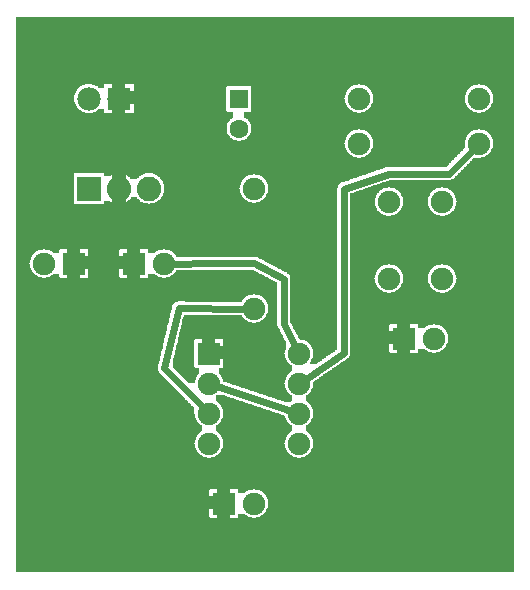
<source format=gbl>
G04 MADE WITH FRITZING*
G04 WWW.FRITZING.ORG*
G04 DOUBLE SIDED*
G04 HOLES PLATED*
G04 CONTOUR ON CENTER OF CONTOUR VECTOR*
%ASAXBY*%
%FSLAX23Y23*%
%MOIN*%
%OFA0B0*%
%SFA1.0B1.0*%
%ADD10C,0.075000*%
%ADD11C,0.062992*%
%ADD12C,0.082000*%
%ADD13C,0.078000*%
%ADD14R,0.075000X0.075000*%
%ADD15R,0.062992X0.062992*%
%ADD16R,0.082000X0.082000*%
%ADD17R,0.078000X0.078000*%
%ADD18C,0.024000*%
%LNCOPPER0*%
G90*
G70*
G54D10*
X122Y1820D03*
X682Y771D03*
X982Y771D03*
X682Y671D03*
X982Y671D03*
X682Y571D03*
X982Y571D03*
X682Y471D03*
X982Y471D03*
X1582Y1621D03*
X1182Y1621D03*
X1182Y1471D03*
X1582Y1471D03*
X1332Y821D03*
X1432Y821D03*
X732Y271D03*
X832Y271D03*
X832Y921D03*
X832Y1321D03*
G54D11*
X782Y1620D03*
X782Y1521D03*
G54D10*
X1282Y1021D03*
X1282Y1277D03*
X1460Y1021D03*
X1460Y1277D03*
G54D12*
X282Y1321D03*
X382Y1321D03*
X482Y1321D03*
G54D10*
X232Y1071D03*
X132Y1071D03*
X432Y1071D03*
X532Y1071D03*
G54D13*
X382Y1621D03*
X282Y1621D03*
G54D14*
X682Y771D03*
X1332Y821D03*
X732Y271D03*
G54D15*
X782Y1620D03*
G54D16*
X282Y1321D03*
G54D14*
X232Y1071D03*
X432Y1071D03*
G54D17*
X382Y1621D03*
G54D18*
X1133Y1320D02*
X1282Y1371D01*
D02*
X1282Y1371D02*
X1483Y1371D01*
D02*
X1133Y773D02*
X1133Y1171D01*
D02*
X1483Y1371D02*
X1562Y1451D01*
D02*
X1133Y1171D02*
X1133Y1320D01*
D02*
X1006Y687D02*
X1133Y773D01*
D02*
X581Y923D02*
X804Y921D01*
D02*
X534Y722D02*
X581Y923D01*
D02*
X662Y592D02*
X534Y722D01*
D02*
X684Y1072D02*
X561Y1071D01*
D02*
X833Y1072D02*
X684Y1072D01*
D02*
X932Y1021D02*
X833Y1072D01*
D02*
X932Y871D02*
X932Y1021D01*
D02*
X969Y797D02*
X932Y871D01*
D02*
X955Y580D02*
X710Y662D01*
G36*
X40Y1892D02*
X40Y1670D01*
X1586Y1670D01*
X1586Y1668D01*
X1596Y1668D01*
X1596Y1666D01*
X1602Y1666D01*
X1602Y1664D01*
X1606Y1664D01*
X1606Y1662D01*
X1608Y1662D01*
X1608Y1660D01*
X1612Y1660D01*
X1612Y1658D01*
X1614Y1658D01*
X1614Y1656D01*
X1616Y1656D01*
X1616Y1654D01*
X1618Y1654D01*
X1618Y1652D01*
X1620Y1652D01*
X1620Y1650D01*
X1622Y1650D01*
X1622Y1646D01*
X1624Y1646D01*
X1624Y1642D01*
X1626Y1642D01*
X1626Y1638D01*
X1628Y1638D01*
X1628Y1630D01*
X1630Y1630D01*
X1630Y1612D01*
X1628Y1612D01*
X1628Y1606D01*
X1626Y1606D01*
X1626Y1602D01*
X1624Y1602D01*
X1624Y1598D01*
X1622Y1598D01*
X1622Y1594D01*
X1620Y1594D01*
X1620Y1592D01*
X1618Y1592D01*
X1618Y1590D01*
X1616Y1590D01*
X1616Y1588D01*
X1614Y1588D01*
X1614Y1586D01*
X1612Y1586D01*
X1612Y1584D01*
X1610Y1584D01*
X1610Y1582D01*
X1606Y1582D01*
X1606Y1580D01*
X1602Y1580D01*
X1602Y1578D01*
X1598Y1578D01*
X1598Y1576D01*
X1590Y1576D01*
X1590Y1574D01*
X1698Y1574D01*
X1698Y1892D01*
X40Y1892D01*
G37*
D02*
G36*
X40Y1670D02*
X40Y1572D01*
X278Y1572D01*
X278Y1574D01*
X268Y1574D01*
X268Y1576D01*
X262Y1576D01*
X262Y1578D01*
X260Y1578D01*
X260Y1580D01*
X256Y1580D01*
X256Y1582D01*
X252Y1582D01*
X252Y1584D01*
X250Y1584D01*
X250Y1586D01*
X248Y1586D01*
X248Y1588D01*
X246Y1588D01*
X246Y1590D01*
X244Y1590D01*
X244Y1594D01*
X242Y1594D01*
X242Y1596D01*
X240Y1596D01*
X240Y1600D01*
X238Y1600D01*
X238Y1604D01*
X236Y1604D01*
X236Y1610D01*
X234Y1610D01*
X234Y1634D01*
X236Y1634D01*
X236Y1640D01*
X238Y1640D01*
X238Y1644D01*
X240Y1644D01*
X240Y1648D01*
X242Y1648D01*
X242Y1650D01*
X244Y1650D01*
X244Y1652D01*
X246Y1652D01*
X246Y1656D01*
X248Y1656D01*
X248Y1658D01*
X250Y1658D01*
X250Y1660D01*
X254Y1660D01*
X254Y1662D01*
X256Y1662D01*
X256Y1664D01*
X260Y1664D01*
X260Y1666D01*
X264Y1666D01*
X264Y1668D01*
X270Y1668D01*
X270Y1670D01*
X40Y1670D01*
G37*
D02*
G36*
X294Y1670D02*
X294Y1668D01*
X302Y1668D01*
X302Y1666D01*
X304Y1666D01*
X304Y1664D01*
X308Y1664D01*
X308Y1662D01*
X312Y1662D01*
X312Y1660D01*
X314Y1660D01*
X314Y1658D01*
X334Y1658D01*
X334Y1670D01*
X294Y1670D01*
G37*
D02*
G36*
X432Y1670D02*
X432Y1662D01*
X824Y1662D01*
X824Y1578D01*
X800Y1578D01*
X800Y1574D01*
X1176Y1574D01*
X1176Y1576D01*
X1168Y1576D01*
X1168Y1578D01*
X1162Y1578D01*
X1162Y1580D01*
X1158Y1580D01*
X1158Y1582D01*
X1156Y1582D01*
X1156Y1584D01*
X1152Y1584D01*
X1152Y1586D01*
X1150Y1586D01*
X1150Y1588D01*
X1148Y1588D01*
X1148Y1590D01*
X1146Y1590D01*
X1146Y1592D01*
X1144Y1592D01*
X1144Y1596D01*
X1142Y1596D01*
X1142Y1600D01*
X1140Y1600D01*
X1140Y1602D01*
X1138Y1602D01*
X1138Y1608D01*
X1136Y1608D01*
X1136Y1620D01*
X1134Y1620D01*
X1134Y1622D01*
X1136Y1622D01*
X1136Y1634D01*
X1138Y1634D01*
X1138Y1640D01*
X1140Y1640D01*
X1140Y1644D01*
X1142Y1644D01*
X1142Y1648D01*
X1144Y1648D01*
X1144Y1650D01*
X1146Y1650D01*
X1146Y1654D01*
X1148Y1654D01*
X1148Y1656D01*
X1150Y1656D01*
X1150Y1658D01*
X1154Y1658D01*
X1154Y1660D01*
X1156Y1660D01*
X1156Y1662D01*
X1160Y1662D01*
X1160Y1664D01*
X1162Y1664D01*
X1162Y1666D01*
X1168Y1666D01*
X1168Y1668D01*
X1178Y1668D01*
X1178Y1670D01*
X432Y1670D01*
G37*
D02*
G36*
X1186Y1670D02*
X1186Y1668D01*
X1196Y1668D01*
X1196Y1666D01*
X1202Y1666D01*
X1202Y1664D01*
X1206Y1664D01*
X1206Y1662D01*
X1208Y1662D01*
X1208Y1660D01*
X1212Y1660D01*
X1212Y1658D01*
X1214Y1658D01*
X1214Y1656D01*
X1216Y1656D01*
X1216Y1654D01*
X1218Y1654D01*
X1218Y1652D01*
X1220Y1652D01*
X1220Y1650D01*
X1222Y1650D01*
X1222Y1646D01*
X1224Y1646D01*
X1224Y1642D01*
X1226Y1642D01*
X1226Y1638D01*
X1228Y1638D01*
X1228Y1630D01*
X1230Y1630D01*
X1230Y1612D01*
X1228Y1612D01*
X1228Y1606D01*
X1226Y1606D01*
X1226Y1602D01*
X1224Y1602D01*
X1224Y1598D01*
X1222Y1598D01*
X1222Y1594D01*
X1220Y1594D01*
X1220Y1592D01*
X1218Y1592D01*
X1218Y1590D01*
X1216Y1590D01*
X1216Y1588D01*
X1214Y1588D01*
X1214Y1586D01*
X1212Y1586D01*
X1212Y1584D01*
X1210Y1584D01*
X1210Y1582D01*
X1206Y1582D01*
X1206Y1580D01*
X1202Y1580D01*
X1202Y1578D01*
X1198Y1578D01*
X1198Y1576D01*
X1190Y1576D01*
X1190Y1574D01*
X1576Y1574D01*
X1576Y1576D01*
X1568Y1576D01*
X1568Y1578D01*
X1562Y1578D01*
X1562Y1580D01*
X1558Y1580D01*
X1558Y1582D01*
X1556Y1582D01*
X1556Y1584D01*
X1552Y1584D01*
X1552Y1586D01*
X1550Y1586D01*
X1550Y1588D01*
X1548Y1588D01*
X1548Y1590D01*
X1546Y1590D01*
X1546Y1592D01*
X1544Y1592D01*
X1544Y1596D01*
X1542Y1596D01*
X1542Y1600D01*
X1540Y1600D01*
X1540Y1602D01*
X1538Y1602D01*
X1538Y1608D01*
X1536Y1608D01*
X1536Y1634D01*
X1538Y1634D01*
X1538Y1640D01*
X1540Y1640D01*
X1540Y1644D01*
X1542Y1644D01*
X1542Y1648D01*
X1544Y1648D01*
X1544Y1650D01*
X1546Y1650D01*
X1546Y1654D01*
X1548Y1654D01*
X1548Y1656D01*
X1550Y1656D01*
X1550Y1658D01*
X1554Y1658D01*
X1554Y1660D01*
X1556Y1660D01*
X1556Y1662D01*
X1560Y1662D01*
X1560Y1664D01*
X1562Y1664D01*
X1562Y1666D01*
X1568Y1666D01*
X1568Y1668D01*
X1578Y1668D01*
X1578Y1670D01*
X1186Y1670D01*
G37*
D02*
G36*
X432Y1662D02*
X432Y1574D01*
X430Y1574D01*
X430Y1572D01*
X764Y1572D01*
X764Y1578D01*
X742Y1578D01*
X742Y1580D01*
X740Y1580D01*
X740Y1660D01*
X742Y1660D01*
X742Y1662D01*
X432Y1662D01*
G37*
D02*
G36*
X314Y1586D02*
X314Y1584D01*
X312Y1584D01*
X312Y1582D01*
X310Y1582D01*
X310Y1580D01*
X306Y1580D01*
X306Y1578D01*
X302Y1578D01*
X302Y1576D01*
X296Y1576D01*
X296Y1574D01*
X286Y1574D01*
X286Y1572D01*
X334Y1572D01*
X334Y1586D01*
X314Y1586D01*
G37*
D02*
G36*
X800Y1574D02*
X800Y1572D01*
X1698Y1572D01*
X1698Y1574D01*
X800Y1574D01*
G37*
D02*
G36*
X800Y1574D02*
X800Y1572D01*
X1698Y1572D01*
X1698Y1574D01*
X800Y1574D01*
G37*
D02*
G36*
X800Y1574D02*
X800Y1572D01*
X1698Y1572D01*
X1698Y1574D01*
X800Y1574D01*
G37*
D02*
G36*
X40Y1572D02*
X40Y1570D01*
X764Y1570D01*
X764Y1572D01*
X40Y1572D01*
G37*
D02*
G36*
X40Y1572D02*
X40Y1570D01*
X764Y1570D01*
X764Y1572D01*
X40Y1572D01*
G37*
D02*
G36*
X40Y1572D02*
X40Y1570D01*
X764Y1570D01*
X764Y1572D01*
X40Y1572D01*
G37*
D02*
G36*
X800Y1572D02*
X800Y1558D01*
X804Y1558D01*
X804Y1556D01*
X806Y1556D01*
X806Y1554D01*
X810Y1554D01*
X810Y1552D01*
X812Y1552D01*
X812Y1550D01*
X814Y1550D01*
X814Y1548D01*
X816Y1548D01*
X816Y1544D01*
X818Y1544D01*
X818Y1540D01*
X820Y1540D01*
X820Y1536D01*
X822Y1536D01*
X822Y1530D01*
X824Y1530D01*
X824Y1520D01*
X1586Y1520D01*
X1586Y1518D01*
X1596Y1518D01*
X1596Y1516D01*
X1602Y1516D01*
X1602Y1514D01*
X1606Y1514D01*
X1606Y1512D01*
X1608Y1512D01*
X1608Y1510D01*
X1612Y1510D01*
X1612Y1508D01*
X1614Y1508D01*
X1614Y1506D01*
X1616Y1506D01*
X1616Y1504D01*
X1618Y1504D01*
X1618Y1502D01*
X1620Y1502D01*
X1620Y1500D01*
X1622Y1500D01*
X1622Y1496D01*
X1624Y1496D01*
X1624Y1492D01*
X1626Y1492D01*
X1626Y1488D01*
X1628Y1488D01*
X1628Y1480D01*
X1630Y1480D01*
X1630Y1462D01*
X1628Y1462D01*
X1628Y1456D01*
X1626Y1456D01*
X1626Y1452D01*
X1624Y1452D01*
X1624Y1448D01*
X1622Y1448D01*
X1622Y1444D01*
X1620Y1444D01*
X1620Y1442D01*
X1618Y1442D01*
X1618Y1440D01*
X1616Y1440D01*
X1616Y1438D01*
X1614Y1438D01*
X1614Y1436D01*
X1612Y1436D01*
X1612Y1434D01*
X1610Y1434D01*
X1610Y1432D01*
X1606Y1432D01*
X1606Y1430D01*
X1602Y1430D01*
X1602Y1428D01*
X1598Y1428D01*
X1598Y1426D01*
X1590Y1426D01*
X1590Y1424D01*
X1564Y1424D01*
X1564Y1422D01*
X1562Y1422D01*
X1562Y1420D01*
X1560Y1420D01*
X1560Y1416D01*
X1558Y1416D01*
X1558Y1414D01*
X1556Y1414D01*
X1556Y1412D01*
X1554Y1412D01*
X1554Y1410D01*
X1552Y1410D01*
X1552Y1408D01*
X1550Y1408D01*
X1550Y1406D01*
X1548Y1406D01*
X1548Y1404D01*
X1546Y1404D01*
X1546Y1402D01*
X1544Y1402D01*
X1544Y1400D01*
X1542Y1400D01*
X1542Y1398D01*
X1540Y1398D01*
X1540Y1396D01*
X1538Y1396D01*
X1538Y1394D01*
X1536Y1394D01*
X1536Y1392D01*
X1534Y1392D01*
X1534Y1390D01*
X1532Y1390D01*
X1532Y1388D01*
X1530Y1388D01*
X1530Y1386D01*
X1528Y1386D01*
X1528Y1384D01*
X1526Y1384D01*
X1526Y1382D01*
X1524Y1382D01*
X1524Y1380D01*
X1522Y1380D01*
X1522Y1378D01*
X1520Y1378D01*
X1520Y1376D01*
X1518Y1376D01*
X1518Y1374D01*
X1516Y1374D01*
X1516Y1372D01*
X1514Y1372D01*
X1514Y1370D01*
X1512Y1370D01*
X1512Y1368D01*
X1510Y1368D01*
X1510Y1366D01*
X1508Y1366D01*
X1508Y1364D01*
X1506Y1364D01*
X1506Y1362D01*
X1504Y1362D01*
X1504Y1360D01*
X1502Y1360D01*
X1502Y1358D01*
X1500Y1358D01*
X1500Y1356D01*
X1498Y1356D01*
X1498Y1354D01*
X1494Y1354D01*
X1494Y1352D01*
X1490Y1352D01*
X1490Y1350D01*
X1284Y1350D01*
X1284Y1348D01*
X1278Y1348D01*
X1278Y1346D01*
X1272Y1346D01*
X1272Y1344D01*
X1266Y1344D01*
X1266Y1342D01*
X1260Y1342D01*
X1260Y1340D01*
X1254Y1340D01*
X1254Y1338D01*
X1248Y1338D01*
X1248Y1336D01*
X1242Y1336D01*
X1242Y1334D01*
X1236Y1334D01*
X1236Y1332D01*
X1230Y1332D01*
X1230Y1330D01*
X1224Y1330D01*
X1224Y1328D01*
X1218Y1328D01*
X1218Y1326D01*
X1462Y1326D01*
X1462Y1324D01*
X1472Y1324D01*
X1472Y1322D01*
X1478Y1322D01*
X1478Y1320D01*
X1482Y1320D01*
X1482Y1318D01*
X1486Y1318D01*
X1486Y1316D01*
X1488Y1316D01*
X1488Y1314D01*
X1492Y1314D01*
X1492Y1312D01*
X1494Y1312D01*
X1494Y1310D01*
X1496Y1310D01*
X1496Y1306D01*
X1498Y1306D01*
X1498Y1304D01*
X1500Y1304D01*
X1500Y1300D01*
X1502Y1300D01*
X1502Y1296D01*
X1504Y1296D01*
X1504Y1290D01*
X1506Y1290D01*
X1506Y1280D01*
X1508Y1280D01*
X1508Y1276D01*
X1506Y1276D01*
X1506Y1264D01*
X1504Y1264D01*
X1504Y1258D01*
X1502Y1258D01*
X1502Y1254D01*
X1500Y1254D01*
X1500Y1252D01*
X1498Y1252D01*
X1498Y1248D01*
X1496Y1248D01*
X1496Y1246D01*
X1494Y1246D01*
X1494Y1244D01*
X1492Y1244D01*
X1492Y1242D01*
X1490Y1242D01*
X1490Y1240D01*
X1486Y1240D01*
X1486Y1238D01*
X1484Y1238D01*
X1484Y1236D01*
X1480Y1236D01*
X1480Y1234D01*
X1476Y1234D01*
X1476Y1232D01*
X1468Y1232D01*
X1468Y1230D01*
X1698Y1230D01*
X1698Y1572D01*
X800Y1572D01*
G37*
D02*
G36*
X40Y1570D02*
X40Y1480D01*
X776Y1480D01*
X776Y1482D01*
X768Y1482D01*
X768Y1484D01*
X764Y1484D01*
X764Y1486D01*
X760Y1486D01*
X760Y1488D01*
X758Y1488D01*
X758Y1490D01*
X754Y1490D01*
X754Y1492D01*
X752Y1492D01*
X752Y1496D01*
X750Y1496D01*
X750Y1498D01*
X748Y1498D01*
X748Y1500D01*
X746Y1500D01*
X746Y1504D01*
X744Y1504D01*
X744Y1510D01*
X742Y1510D01*
X742Y1534D01*
X744Y1534D01*
X744Y1540D01*
X746Y1540D01*
X746Y1542D01*
X748Y1542D01*
X748Y1546D01*
X750Y1546D01*
X750Y1548D01*
X752Y1548D01*
X752Y1550D01*
X754Y1550D01*
X754Y1552D01*
X756Y1552D01*
X756Y1554D01*
X758Y1554D01*
X758Y1556D01*
X760Y1556D01*
X760Y1558D01*
X764Y1558D01*
X764Y1570D01*
X40Y1570D01*
G37*
D02*
G36*
X824Y1520D02*
X824Y1514D01*
X822Y1514D01*
X822Y1506D01*
X820Y1506D01*
X820Y1502D01*
X818Y1502D01*
X818Y1500D01*
X816Y1500D01*
X816Y1496D01*
X814Y1496D01*
X814Y1494D01*
X812Y1494D01*
X812Y1492D01*
X810Y1492D01*
X810Y1490D01*
X808Y1490D01*
X808Y1488D01*
X804Y1488D01*
X804Y1486D01*
X802Y1486D01*
X802Y1484D01*
X796Y1484D01*
X796Y1482D01*
X788Y1482D01*
X788Y1480D01*
X1136Y1480D01*
X1136Y1484D01*
X1138Y1484D01*
X1138Y1490D01*
X1140Y1490D01*
X1140Y1494D01*
X1142Y1494D01*
X1142Y1498D01*
X1144Y1498D01*
X1144Y1500D01*
X1146Y1500D01*
X1146Y1504D01*
X1148Y1504D01*
X1148Y1506D01*
X1150Y1506D01*
X1150Y1508D01*
X1154Y1508D01*
X1154Y1510D01*
X1156Y1510D01*
X1156Y1512D01*
X1160Y1512D01*
X1160Y1514D01*
X1162Y1514D01*
X1162Y1516D01*
X1168Y1516D01*
X1168Y1518D01*
X1178Y1518D01*
X1178Y1520D01*
X824Y1520D01*
G37*
D02*
G36*
X1186Y1520D02*
X1186Y1518D01*
X1196Y1518D01*
X1196Y1516D01*
X1202Y1516D01*
X1202Y1514D01*
X1206Y1514D01*
X1206Y1512D01*
X1208Y1512D01*
X1208Y1510D01*
X1212Y1510D01*
X1212Y1508D01*
X1214Y1508D01*
X1214Y1506D01*
X1216Y1506D01*
X1216Y1504D01*
X1218Y1504D01*
X1218Y1502D01*
X1220Y1502D01*
X1220Y1500D01*
X1222Y1500D01*
X1222Y1496D01*
X1224Y1496D01*
X1224Y1492D01*
X1226Y1492D01*
X1226Y1488D01*
X1228Y1488D01*
X1228Y1480D01*
X1230Y1480D01*
X1230Y1462D01*
X1228Y1462D01*
X1228Y1456D01*
X1226Y1456D01*
X1226Y1452D01*
X1224Y1452D01*
X1224Y1448D01*
X1222Y1448D01*
X1222Y1444D01*
X1220Y1444D01*
X1220Y1442D01*
X1218Y1442D01*
X1218Y1440D01*
X1216Y1440D01*
X1216Y1438D01*
X1214Y1438D01*
X1214Y1436D01*
X1212Y1436D01*
X1212Y1434D01*
X1210Y1434D01*
X1210Y1432D01*
X1206Y1432D01*
X1206Y1430D01*
X1202Y1430D01*
X1202Y1428D01*
X1198Y1428D01*
X1198Y1426D01*
X1190Y1426D01*
X1190Y1424D01*
X1504Y1424D01*
X1504Y1426D01*
X1506Y1426D01*
X1506Y1428D01*
X1508Y1428D01*
X1508Y1430D01*
X1510Y1430D01*
X1510Y1432D01*
X1512Y1432D01*
X1512Y1434D01*
X1514Y1434D01*
X1514Y1436D01*
X1516Y1436D01*
X1516Y1438D01*
X1518Y1438D01*
X1518Y1440D01*
X1520Y1440D01*
X1520Y1442D01*
X1522Y1442D01*
X1522Y1444D01*
X1524Y1444D01*
X1524Y1446D01*
X1526Y1446D01*
X1526Y1448D01*
X1528Y1448D01*
X1528Y1450D01*
X1530Y1450D01*
X1530Y1452D01*
X1532Y1452D01*
X1532Y1454D01*
X1534Y1454D01*
X1534Y1456D01*
X1536Y1456D01*
X1536Y1484D01*
X1538Y1484D01*
X1538Y1490D01*
X1540Y1490D01*
X1540Y1494D01*
X1542Y1494D01*
X1542Y1498D01*
X1544Y1498D01*
X1544Y1500D01*
X1546Y1500D01*
X1546Y1504D01*
X1548Y1504D01*
X1548Y1506D01*
X1550Y1506D01*
X1550Y1508D01*
X1554Y1508D01*
X1554Y1510D01*
X1556Y1510D01*
X1556Y1512D01*
X1560Y1512D01*
X1560Y1514D01*
X1562Y1514D01*
X1562Y1516D01*
X1568Y1516D01*
X1568Y1518D01*
X1578Y1518D01*
X1578Y1520D01*
X1186Y1520D01*
G37*
D02*
G36*
X40Y1480D02*
X40Y1478D01*
X1136Y1478D01*
X1136Y1480D01*
X40Y1480D01*
G37*
D02*
G36*
X40Y1480D02*
X40Y1478D01*
X1136Y1478D01*
X1136Y1480D01*
X40Y1480D01*
G37*
D02*
G36*
X40Y1478D02*
X40Y1424D01*
X1176Y1424D01*
X1176Y1426D01*
X1168Y1426D01*
X1168Y1428D01*
X1162Y1428D01*
X1162Y1430D01*
X1158Y1430D01*
X1158Y1432D01*
X1156Y1432D01*
X1156Y1434D01*
X1152Y1434D01*
X1152Y1436D01*
X1150Y1436D01*
X1150Y1438D01*
X1148Y1438D01*
X1148Y1440D01*
X1146Y1440D01*
X1146Y1442D01*
X1144Y1442D01*
X1144Y1446D01*
X1142Y1446D01*
X1142Y1450D01*
X1140Y1450D01*
X1140Y1452D01*
X1138Y1452D01*
X1138Y1458D01*
X1136Y1458D01*
X1136Y1470D01*
X1134Y1470D01*
X1134Y1472D01*
X1136Y1472D01*
X1136Y1478D01*
X40Y1478D01*
G37*
D02*
G36*
X40Y1424D02*
X40Y1422D01*
X1502Y1422D01*
X1502Y1424D01*
X40Y1424D01*
G37*
D02*
G36*
X40Y1424D02*
X40Y1422D01*
X1502Y1422D01*
X1502Y1424D01*
X40Y1424D01*
G37*
D02*
G36*
X40Y1422D02*
X40Y1372D01*
X496Y1372D01*
X496Y1370D01*
X836Y1370D01*
X836Y1368D01*
X846Y1368D01*
X846Y1366D01*
X852Y1366D01*
X852Y1364D01*
X856Y1364D01*
X856Y1362D01*
X858Y1362D01*
X858Y1360D01*
X862Y1360D01*
X862Y1358D01*
X864Y1358D01*
X864Y1356D01*
X866Y1356D01*
X866Y1354D01*
X868Y1354D01*
X868Y1352D01*
X870Y1352D01*
X870Y1350D01*
X872Y1350D01*
X872Y1346D01*
X874Y1346D01*
X874Y1342D01*
X876Y1342D01*
X876Y1338D01*
X878Y1338D01*
X878Y1330D01*
X880Y1330D01*
X880Y1312D01*
X878Y1312D01*
X878Y1306D01*
X876Y1306D01*
X876Y1302D01*
X874Y1302D01*
X874Y1298D01*
X872Y1298D01*
X872Y1294D01*
X870Y1294D01*
X870Y1292D01*
X868Y1292D01*
X868Y1290D01*
X866Y1290D01*
X866Y1288D01*
X864Y1288D01*
X864Y1286D01*
X862Y1286D01*
X862Y1284D01*
X860Y1284D01*
X860Y1282D01*
X856Y1282D01*
X856Y1280D01*
X852Y1280D01*
X852Y1278D01*
X848Y1278D01*
X848Y1276D01*
X840Y1276D01*
X840Y1274D01*
X1110Y1274D01*
X1110Y1324D01*
X1112Y1324D01*
X1112Y1330D01*
X1114Y1330D01*
X1114Y1334D01*
X1116Y1334D01*
X1116Y1336D01*
X1118Y1336D01*
X1118Y1338D01*
X1120Y1338D01*
X1120Y1340D01*
X1124Y1340D01*
X1124Y1342D01*
X1130Y1342D01*
X1130Y1344D01*
X1136Y1344D01*
X1136Y1346D01*
X1142Y1346D01*
X1142Y1348D01*
X1148Y1348D01*
X1148Y1350D01*
X1154Y1350D01*
X1154Y1352D01*
X1160Y1352D01*
X1160Y1354D01*
X1164Y1354D01*
X1164Y1356D01*
X1170Y1356D01*
X1170Y1358D01*
X1176Y1358D01*
X1176Y1360D01*
X1182Y1360D01*
X1182Y1362D01*
X1188Y1362D01*
X1188Y1364D01*
X1194Y1364D01*
X1194Y1366D01*
X1200Y1366D01*
X1200Y1368D01*
X1206Y1368D01*
X1206Y1370D01*
X1212Y1370D01*
X1212Y1372D01*
X1218Y1372D01*
X1218Y1374D01*
X1224Y1374D01*
X1224Y1376D01*
X1230Y1376D01*
X1230Y1378D01*
X1234Y1378D01*
X1234Y1380D01*
X1240Y1380D01*
X1240Y1382D01*
X1246Y1382D01*
X1246Y1384D01*
X1252Y1384D01*
X1252Y1386D01*
X1258Y1386D01*
X1258Y1388D01*
X1264Y1388D01*
X1264Y1390D01*
X1270Y1390D01*
X1270Y1392D01*
X1276Y1392D01*
X1276Y1394D01*
X1476Y1394D01*
X1476Y1396D01*
X1478Y1396D01*
X1478Y1398D01*
X1480Y1398D01*
X1480Y1400D01*
X1482Y1400D01*
X1482Y1402D01*
X1484Y1402D01*
X1484Y1406D01*
X1486Y1406D01*
X1486Y1408D01*
X1488Y1408D01*
X1488Y1410D01*
X1490Y1410D01*
X1490Y1412D01*
X1492Y1412D01*
X1492Y1414D01*
X1494Y1414D01*
X1494Y1416D01*
X1496Y1416D01*
X1496Y1418D01*
X1498Y1418D01*
X1498Y1420D01*
X1500Y1420D01*
X1500Y1422D01*
X40Y1422D01*
G37*
D02*
G36*
X40Y1372D02*
X40Y1270D01*
X232Y1270D01*
X232Y1372D01*
X40Y1372D01*
G37*
D02*
G36*
X334Y1372D02*
X334Y1364D01*
X356Y1364D01*
X356Y1366D01*
X360Y1366D01*
X360Y1368D01*
X364Y1368D01*
X364Y1370D01*
X370Y1370D01*
X370Y1372D01*
X334Y1372D01*
G37*
D02*
G36*
X396Y1372D02*
X396Y1370D01*
X402Y1370D01*
X402Y1368D01*
X406Y1368D01*
X406Y1366D01*
X410Y1366D01*
X410Y1364D01*
X412Y1364D01*
X412Y1362D01*
X414Y1362D01*
X414Y1360D01*
X418Y1360D01*
X418Y1358D01*
X420Y1358D01*
X420Y1354D01*
X422Y1354D01*
X422Y1352D01*
X442Y1352D01*
X442Y1354D01*
X444Y1354D01*
X444Y1356D01*
X446Y1356D01*
X446Y1358D01*
X448Y1358D01*
X448Y1360D01*
X450Y1360D01*
X450Y1362D01*
X452Y1362D01*
X452Y1364D01*
X456Y1364D01*
X456Y1366D01*
X460Y1366D01*
X460Y1368D01*
X464Y1368D01*
X464Y1370D01*
X470Y1370D01*
X470Y1372D01*
X396Y1372D01*
G37*
D02*
G36*
X502Y1370D02*
X502Y1368D01*
X506Y1368D01*
X506Y1366D01*
X510Y1366D01*
X510Y1364D01*
X512Y1364D01*
X512Y1362D01*
X514Y1362D01*
X514Y1360D01*
X518Y1360D01*
X518Y1358D01*
X520Y1358D01*
X520Y1354D01*
X522Y1354D01*
X522Y1352D01*
X524Y1352D01*
X524Y1350D01*
X526Y1350D01*
X526Y1346D01*
X528Y1346D01*
X528Y1342D01*
X530Y1342D01*
X530Y1338D01*
X532Y1338D01*
X532Y1328D01*
X534Y1328D01*
X534Y1316D01*
X532Y1316D01*
X532Y1306D01*
X530Y1306D01*
X530Y1302D01*
X528Y1302D01*
X528Y1298D01*
X526Y1298D01*
X526Y1294D01*
X524Y1294D01*
X524Y1292D01*
X522Y1292D01*
X522Y1288D01*
X520Y1288D01*
X520Y1286D01*
X518Y1286D01*
X518Y1284D01*
X516Y1284D01*
X516Y1282D01*
X512Y1282D01*
X512Y1280D01*
X510Y1280D01*
X510Y1278D01*
X506Y1278D01*
X506Y1276D01*
X502Y1276D01*
X502Y1274D01*
X826Y1274D01*
X826Y1276D01*
X818Y1276D01*
X818Y1278D01*
X812Y1278D01*
X812Y1280D01*
X808Y1280D01*
X808Y1282D01*
X806Y1282D01*
X806Y1284D01*
X802Y1284D01*
X802Y1286D01*
X800Y1286D01*
X800Y1288D01*
X798Y1288D01*
X798Y1290D01*
X796Y1290D01*
X796Y1292D01*
X794Y1292D01*
X794Y1296D01*
X792Y1296D01*
X792Y1300D01*
X790Y1300D01*
X790Y1302D01*
X788Y1302D01*
X788Y1308D01*
X786Y1308D01*
X786Y1320D01*
X784Y1320D01*
X784Y1322D01*
X786Y1322D01*
X786Y1334D01*
X788Y1334D01*
X788Y1340D01*
X790Y1340D01*
X790Y1344D01*
X792Y1344D01*
X792Y1348D01*
X794Y1348D01*
X794Y1350D01*
X796Y1350D01*
X796Y1354D01*
X798Y1354D01*
X798Y1356D01*
X800Y1356D01*
X800Y1358D01*
X804Y1358D01*
X804Y1360D01*
X806Y1360D01*
X806Y1362D01*
X810Y1362D01*
X810Y1364D01*
X812Y1364D01*
X812Y1366D01*
X818Y1366D01*
X818Y1368D01*
X828Y1368D01*
X828Y1370D01*
X502Y1370D01*
G37*
D02*
G36*
X1214Y1326D02*
X1214Y1324D01*
X1208Y1324D01*
X1208Y1322D01*
X1202Y1322D01*
X1202Y1320D01*
X1196Y1320D01*
X1196Y1318D01*
X1190Y1318D01*
X1190Y1316D01*
X1184Y1316D01*
X1184Y1314D01*
X1178Y1314D01*
X1178Y1312D01*
X1172Y1312D01*
X1172Y1310D01*
X1166Y1310D01*
X1166Y1308D01*
X1160Y1308D01*
X1160Y1306D01*
X1154Y1306D01*
X1154Y1230D01*
X1274Y1230D01*
X1274Y1232D01*
X1268Y1232D01*
X1268Y1234D01*
X1262Y1234D01*
X1262Y1236D01*
X1258Y1236D01*
X1258Y1238D01*
X1256Y1238D01*
X1256Y1240D01*
X1252Y1240D01*
X1252Y1242D01*
X1250Y1242D01*
X1250Y1244D01*
X1248Y1244D01*
X1248Y1246D01*
X1246Y1246D01*
X1246Y1248D01*
X1244Y1248D01*
X1244Y1252D01*
X1242Y1252D01*
X1242Y1256D01*
X1240Y1256D01*
X1240Y1258D01*
X1238Y1258D01*
X1238Y1264D01*
X1236Y1264D01*
X1236Y1276D01*
X1234Y1276D01*
X1234Y1278D01*
X1236Y1278D01*
X1236Y1290D01*
X1238Y1290D01*
X1238Y1296D01*
X1240Y1296D01*
X1240Y1300D01*
X1242Y1300D01*
X1242Y1304D01*
X1244Y1304D01*
X1244Y1306D01*
X1246Y1306D01*
X1246Y1308D01*
X1248Y1308D01*
X1248Y1312D01*
X1250Y1312D01*
X1250Y1314D01*
X1254Y1314D01*
X1254Y1316D01*
X1256Y1316D01*
X1256Y1318D01*
X1260Y1318D01*
X1260Y1320D01*
X1264Y1320D01*
X1264Y1322D01*
X1270Y1322D01*
X1270Y1324D01*
X1280Y1324D01*
X1280Y1326D01*
X1214Y1326D01*
G37*
D02*
G36*
X1286Y1326D02*
X1286Y1324D01*
X1296Y1324D01*
X1296Y1322D01*
X1302Y1322D01*
X1302Y1320D01*
X1306Y1320D01*
X1306Y1318D01*
X1308Y1318D01*
X1308Y1316D01*
X1312Y1316D01*
X1312Y1314D01*
X1314Y1314D01*
X1314Y1312D01*
X1316Y1312D01*
X1316Y1310D01*
X1318Y1310D01*
X1318Y1308D01*
X1320Y1308D01*
X1320Y1306D01*
X1322Y1306D01*
X1322Y1302D01*
X1324Y1302D01*
X1324Y1298D01*
X1326Y1298D01*
X1326Y1294D01*
X1328Y1294D01*
X1328Y1286D01*
X1330Y1286D01*
X1330Y1268D01*
X1328Y1268D01*
X1328Y1262D01*
X1326Y1262D01*
X1326Y1256D01*
X1324Y1256D01*
X1324Y1254D01*
X1322Y1254D01*
X1322Y1250D01*
X1320Y1250D01*
X1320Y1248D01*
X1318Y1248D01*
X1318Y1246D01*
X1316Y1246D01*
X1316Y1244D01*
X1314Y1244D01*
X1314Y1242D01*
X1312Y1242D01*
X1312Y1240D01*
X1310Y1240D01*
X1310Y1238D01*
X1306Y1238D01*
X1306Y1236D01*
X1302Y1236D01*
X1302Y1234D01*
X1298Y1234D01*
X1298Y1232D01*
X1290Y1232D01*
X1290Y1230D01*
X1452Y1230D01*
X1452Y1232D01*
X1444Y1232D01*
X1444Y1234D01*
X1440Y1234D01*
X1440Y1236D01*
X1436Y1236D01*
X1436Y1238D01*
X1432Y1238D01*
X1432Y1240D01*
X1430Y1240D01*
X1430Y1242D01*
X1428Y1242D01*
X1428Y1244D01*
X1426Y1244D01*
X1426Y1246D01*
X1424Y1246D01*
X1424Y1248D01*
X1422Y1248D01*
X1422Y1250D01*
X1420Y1250D01*
X1420Y1254D01*
X1418Y1254D01*
X1418Y1258D01*
X1416Y1258D01*
X1416Y1262D01*
X1414Y1262D01*
X1414Y1270D01*
X1412Y1270D01*
X1412Y1286D01*
X1414Y1286D01*
X1414Y1294D01*
X1416Y1294D01*
X1416Y1298D01*
X1418Y1298D01*
X1418Y1302D01*
X1420Y1302D01*
X1420Y1306D01*
X1422Y1306D01*
X1422Y1308D01*
X1424Y1308D01*
X1424Y1310D01*
X1426Y1310D01*
X1426Y1312D01*
X1428Y1312D01*
X1428Y1314D01*
X1430Y1314D01*
X1430Y1316D01*
X1434Y1316D01*
X1434Y1318D01*
X1436Y1318D01*
X1436Y1320D01*
X1440Y1320D01*
X1440Y1322D01*
X1446Y1322D01*
X1446Y1324D01*
X1456Y1324D01*
X1456Y1326D01*
X1286Y1326D01*
G37*
D02*
G36*
X422Y1292D02*
X422Y1288D01*
X420Y1288D01*
X420Y1286D01*
X418Y1286D01*
X418Y1284D01*
X416Y1284D01*
X416Y1282D01*
X412Y1282D01*
X412Y1280D01*
X410Y1280D01*
X410Y1278D01*
X406Y1278D01*
X406Y1276D01*
X402Y1276D01*
X402Y1274D01*
X398Y1274D01*
X398Y1272D01*
X386Y1272D01*
X386Y1270D01*
X478Y1270D01*
X478Y1272D01*
X468Y1272D01*
X468Y1274D01*
X462Y1274D01*
X462Y1276D01*
X458Y1276D01*
X458Y1278D01*
X454Y1278D01*
X454Y1280D01*
X452Y1280D01*
X452Y1282D01*
X450Y1282D01*
X450Y1284D01*
X448Y1284D01*
X448Y1286D01*
X446Y1286D01*
X446Y1288D01*
X444Y1288D01*
X444Y1290D01*
X442Y1290D01*
X442Y1292D01*
X422Y1292D01*
G37*
D02*
G36*
X334Y1280D02*
X334Y1272D01*
X332Y1272D01*
X332Y1270D01*
X378Y1270D01*
X378Y1272D01*
X368Y1272D01*
X368Y1274D01*
X362Y1274D01*
X362Y1276D01*
X358Y1276D01*
X358Y1278D01*
X354Y1278D01*
X354Y1280D01*
X334Y1280D01*
G37*
D02*
G36*
X498Y1274D02*
X498Y1272D01*
X1110Y1272D01*
X1110Y1274D01*
X498Y1274D01*
G37*
D02*
G36*
X498Y1274D02*
X498Y1272D01*
X1110Y1272D01*
X1110Y1274D01*
X498Y1274D01*
G37*
D02*
G36*
X486Y1272D02*
X486Y1270D01*
X1110Y1270D01*
X1110Y1272D01*
X486Y1272D01*
G37*
D02*
G36*
X40Y1270D02*
X40Y1268D01*
X1110Y1268D01*
X1110Y1270D01*
X40Y1270D01*
G37*
D02*
G36*
X40Y1270D02*
X40Y1268D01*
X1110Y1268D01*
X1110Y1270D01*
X40Y1270D01*
G37*
D02*
G36*
X40Y1270D02*
X40Y1268D01*
X1110Y1268D01*
X1110Y1270D01*
X40Y1270D01*
G37*
D02*
G36*
X40Y1270D02*
X40Y1268D01*
X1110Y1268D01*
X1110Y1270D01*
X40Y1270D01*
G37*
D02*
G36*
X40Y1268D02*
X40Y1120D01*
X536Y1120D01*
X536Y1118D01*
X546Y1118D01*
X546Y1116D01*
X552Y1116D01*
X552Y1114D01*
X556Y1114D01*
X556Y1112D01*
X558Y1112D01*
X558Y1110D01*
X562Y1110D01*
X562Y1108D01*
X564Y1108D01*
X564Y1106D01*
X566Y1106D01*
X566Y1104D01*
X568Y1104D01*
X568Y1102D01*
X570Y1102D01*
X570Y1100D01*
X572Y1100D01*
X572Y1096D01*
X574Y1096D01*
X574Y1094D01*
X842Y1094D01*
X842Y1092D01*
X846Y1092D01*
X846Y1090D01*
X850Y1090D01*
X850Y1088D01*
X854Y1088D01*
X854Y1086D01*
X858Y1086D01*
X858Y1084D01*
X862Y1084D01*
X862Y1082D01*
X866Y1082D01*
X866Y1080D01*
X868Y1080D01*
X868Y1078D01*
X872Y1078D01*
X872Y1076D01*
X876Y1076D01*
X876Y1074D01*
X880Y1074D01*
X880Y1072D01*
X884Y1072D01*
X884Y1070D01*
X888Y1070D01*
X888Y1068D01*
X892Y1068D01*
X892Y1066D01*
X896Y1066D01*
X896Y1064D01*
X900Y1064D01*
X900Y1062D01*
X904Y1062D01*
X904Y1060D01*
X908Y1060D01*
X908Y1058D01*
X912Y1058D01*
X912Y1056D01*
X914Y1056D01*
X914Y1054D01*
X918Y1054D01*
X918Y1052D01*
X922Y1052D01*
X922Y1050D01*
X926Y1050D01*
X926Y1048D01*
X930Y1048D01*
X930Y1046D01*
X934Y1046D01*
X934Y1044D01*
X938Y1044D01*
X938Y1042D01*
X942Y1042D01*
X942Y1040D01*
X944Y1040D01*
X944Y1038D01*
X948Y1038D01*
X948Y1034D01*
X950Y1034D01*
X950Y1032D01*
X952Y1032D01*
X952Y1026D01*
X954Y1026D01*
X954Y874D01*
X956Y874D01*
X956Y870D01*
X958Y870D01*
X958Y866D01*
X960Y866D01*
X960Y862D01*
X962Y862D01*
X962Y858D01*
X964Y858D01*
X964Y854D01*
X966Y854D01*
X966Y850D01*
X968Y850D01*
X968Y846D01*
X970Y846D01*
X970Y842D01*
X972Y842D01*
X972Y840D01*
X974Y840D01*
X974Y836D01*
X976Y836D01*
X976Y832D01*
X978Y832D01*
X978Y828D01*
X980Y828D01*
X980Y824D01*
X982Y824D01*
X982Y820D01*
X986Y820D01*
X986Y818D01*
X996Y818D01*
X996Y816D01*
X1002Y816D01*
X1002Y814D01*
X1006Y814D01*
X1006Y812D01*
X1008Y812D01*
X1008Y810D01*
X1012Y810D01*
X1012Y808D01*
X1014Y808D01*
X1014Y806D01*
X1016Y806D01*
X1016Y804D01*
X1018Y804D01*
X1018Y802D01*
X1020Y802D01*
X1020Y800D01*
X1022Y800D01*
X1022Y796D01*
X1024Y796D01*
X1024Y792D01*
X1026Y792D01*
X1026Y788D01*
X1028Y788D01*
X1028Y780D01*
X1030Y780D01*
X1030Y762D01*
X1028Y762D01*
X1028Y756D01*
X1026Y756D01*
X1026Y752D01*
X1024Y752D01*
X1024Y748D01*
X1022Y748D01*
X1022Y744D01*
X1020Y744D01*
X1020Y736D01*
X1040Y736D01*
X1040Y738D01*
X1042Y738D01*
X1042Y740D01*
X1046Y740D01*
X1046Y742D01*
X1048Y742D01*
X1048Y744D01*
X1052Y744D01*
X1052Y746D01*
X1054Y746D01*
X1054Y748D01*
X1058Y748D01*
X1058Y750D01*
X1060Y750D01*
X1060Y752D01*
X1064Y752D01*
X1064Y754D01*
X1066Y754D01*
X1066Y756D01*
X1070Y756D01*
X1070Y758D01*
X1072Y758D01*
X1072Y760D01*
X1074Y760D01*
X1074Y762D01*
X1078Y762D01*
X1078Y764D01*
X1080Y764D01*
X1080Y766D01*
X1084Y766D01*
X1084Y768D01*
X1086Y768D01*
X1086Y770D01*
X1090Y770D01*
X1090Y772D01*
X1092Y772D01*
X1092Y774D01*
X1096Y774D01*
X1096Y776D01*
X1098Y776D01*
X1098Y778D01*
X1102Y778D01*
X1102Y780D01*
X1104Y780D01*
X1104Y782D01*
X1108Y782D01*
X1108Y784D01*
X1110Y784D01*
X1110Y1268D01*
X40Y1268D01*
G37*
D02*
G36*
X1154Y1230D02*
X1154Y1228D01*
X1698Y1228D01*
X1698Y1230D01*
X1154Y1230D01*
G37*
D02*
G36*
X1154Y1230D02*
X1154Y1228D01*
X1698Y1228D01*
X1698Y1230D01*
X1154Y1230D01*
G37*
D02*
G36*
X1154Y1230D02*
X1154Y1228D01*
X1698Y1228D01*
X1698Y1230D01*
X1154Y1230D01*
G37*
D02*
G36*
X1154Y1228D02*
X1154Y1070D01*
X1464Y1070D01*
X1464Y1068D01*
X1474Y1068D01*
X1474Y1066D01*
X1480Y1066D01*
X1480Y1064D01*
X1482Y1064D01*
X1482Y1062D01*
X1486Y1062D01*
X1486Y1060D01*
X1488Y1060D01*
X1488Y1058D01*
X1492Y1058D01*
X1492Y1056D01*
X1494Y1056D01*
X1494Y1054D01*
X1496Y1054D01*
X1496Y1050D01*
X1498Y1050D01*
X1498Y1048D01*
X1500Y1048D01*
X1500Y1044D01*
X1502Y1044D01*
X1502Y1040D01*
X1504Y1040D01*
X1504Y1034D01*
X1506Y1034D01*
X1506Y1024D01*
X1508Y1024D01*
X1508Y1020D01*
X1506Y1020D01*
X1506Y1008D01*
X1504Y1008D01*
X1504Y1002D01*
X1502Y1002D01*
X1502Y1000D01*
X1500Y1000D01*
X1500Y996D01*
X1498Y996D01*
X1498Y992D01*
X1496Y992D01*
X1496Y990D01*
X1494Y990D01*
X1494Y988D01*
X1492Y988D01*
X1492Y986D01*
X1490Y986D01*
X1490Y984D01*
X1486Y984D01*
X1486Y982D01*
X1484Y982D01*
X1484Y980D01*
X1480Y980D01*
X1480Y978D01*
X1474Y978D01*
X1474Y976D01*
X1468Y976D01*
X1468Y974D01*
X1698Y974D01*
X1698Y1228D01*
X1154Y1228D01*
G37*
D02*
G36*
X40Y1120D02*
X40Y1024D01*
X126Y1024D01*
X126Y1026D01*
X118Y1026D01*
X118Y1028D01*
X112Y1028D01*
X112Y1030D01*
X108Y1030D01*
X108Y1032D01*
X106Y1032D01*
X106Y1034D01*
X102Y1034D01*
X102Y1036D01*
X100Y1036D01*
X100Y1038D01*
X98Y1038D01*
X98Y1040D01*
X96Y1040D01*
X96Y1042D01*
X94Y1042D01*
X94Y1046D01*
X92Y1046D01*
X92Y1050D01*
X90Y1050D01*
X90Y1052D01*
X88Y1052D01*
X88Y1058D01*
X86Y1058D01*
X86Y1070D01*
X84Y1070D01*
X84Y1072D01*
X86Y1072D01*
X86Y1084D01*
X88Y1084D01*
X88Y1090D01*
X90Y1090D01*
X90Y1094D01*
X92Y1094D01*
X92Y1098D01*
X94Y1098D01*
X94Y1100D01*
X96Y1100D01*
X96Y1104D01*
X98Y1104D01*
X98Y1106D01*
X100Y1106D01*
X100Y1108D01*
X104Y1108D01*
X104Y1110D01*
X106Y1110D01*
X106Y1112D01*
X110Y1112D01*
X110Y1114D01*
X112Y1114D01*
X112Y1116D01*
X118Y1116D01*
X118Y1118D01*
X128Y1118D01*
X128Y1120D01*
X40Y1120D01*
G37*
D02*
G36*
X136Y1120D02*
X136Y1118D01*
X146Y1118D01*
X146Y1116D01*
X152Y1116D01*
X152Y1114D01*
X156Y1114D01*
X156Y1112D01*
X158Y1112D01*
X158Y1110D01*
X162Y1110D01*
X162Y1108D01*
X164Y1108D01*
X164Y1106D01*
X184Y1106D01*
X184Y1118D01*
X186Y1118D01*
X186Y1120D01*
X136Y1120D01*
G37*
D02*
G36*
X280Y1120D02*
X280Y1024D01*
X386Y1024D01*
X386Y1026D01*
X384Y1026D01*
X384Y1118D01*
X386Y1118D01*
X386Y1120D01*
X280Y1120D01*
G37*
D02*
G36*
X480Y1120D02*
X480Y1106D01*
X500Y1106D01*
X500Y1108D01*
X504Y1108D01*
X504Y1110D01*
X506Y1110D01*
X506Y1112D01*
X510Y1112D01*
X510Y1114D01*
X512Y1114D01*
X512Y1116D01*
X518Y1116D01*
X518Y1118D01*
X528Y1118D01*
X528Y1120D01*
X480Y1120D01*
G37*
D02*
G36*
X1154Y1070D02*
X1154Y974D01*
X1276Y974D01*
X1276Y976D01*
X1268Y976D01*
X1268Y978D01*
X1262Y978D01*
X1262Y980D01*
X1258Y980D01*
X1258Y982D01*
X1256Y982D01*
X1256Y984D01*
X1252Y984D01*
X1252Y986D01*
X1250Y986D01*
X1250Y988D01*
X1248Y988D01*
X1248Y990D01*
X1246Y990D01*
X1246Y992D01*
X1244Y992D01*
X1244Y996D01*
X1242Y996D01*
X1242Y1000D01*
X1240Y1000D01*
X1240Y1002D01*
X1238Y1002D01*
X1238Y1008D01*
X1236Y1008D01*
X1236Y1020D01*
X1234Y1020D01*
X1234Y1022D01*
X1236Y1022D01*
X1236Y1034D01*
X1238Y1034D01*
X1238Y1040D01*
X1240Y1040D01*
X1240Y1044D01*
X1242Y1044D01*
X1242Y1048D01*
X1244Y1048D01*
X1244Y1050D01*
X1246Y1050D01*
X1246Y1054D01*
X1248Y1054D01*
X1248Y1056D01*
X1250Y1056D01*
X1250Y1058D01*
X1254Y1058D01*
X1254Y1060D01*
X1256Y1060D01*
X1256Y1062D01*
X1260Y1062D01*
X1260Y1064D01*
X1262Y1064D01*
X1262Y1066D01*
X1268Y1066D01*
X1268Y1068D01*
X1278Y1068D01*
X1278Y1070D01*
X1154Y1070D01*
G37*
D02*
G36*
X1286Y1070D02*
X1286Y1068D01*
X1296Y1068D01*
X1296Y1066D01*
X1302Y1066D01*
X1302Y1064D01*
X1306Y1064D01*
X1306Y1062D01*
X1308Y1062D01*
X1308Y1060D01*
X1312Y1060D01*
X1312Y1058D01*
X1314Y1058D01*
X1314Y1056D01*
X1316Y1056D01*
X1316Y1054D01*
X1318Y1054D01*
X1318Y1052D01*
X1320Y1052D01*
X1320Y1050D01*
X1322Y1050D01*
X1322Y1046D01*
X1324Y1046D01*
X1324Y1042D01*
X1326Y1042D01*
X1326Y1038D01*
X1328Y1038D01*
X1328Y1030D01*
X1330Y1030D01*
X1330Y1012D01*
X1328Y1012D01*
X1328Y1006D01*
X1326Y1006D01*
X1326Y1002D01*
X1324Y1002D01*
X1324Y998D01*
X1322Y998D01*
X1322Y994D01*
X1320Y994D01*
X1320Y992D01*
X1318Y992D01*
X1318Y990D01*
X1316Y990D01*
X1316Y988D01*
X1314Y988D01*
X1314Y986D01*
X1312Y986D01*
X1312Y984D01*
X1310Y984D01*
X1310Y982D01*
X1306Y982D01*
X1306Y980D01*
X1302Y980D01*
X1302Y978D01*
X1298Y978D01*
X1298Y976D01*
X1290Y976D01*
X1290Y974D01*
X1452Y974D01*
X1452Y976D01*
X1444Y976D01*
X1444Y978D01*
X1440Y978D01*
X1440Y980D01*
X1436Y980D01*
X1436Y982D01*
X1432Y982D01*
X1432Y984D01*
X1430Y984D01*
X1430Y986D01*
X1428Y986D01*
X1428Y988D01*
X1426Y988D01*
X1426Y990D01*
X1424Y990D01*
X1424Y992D01*
X1422Y992D01*
X1422Y994D01*
X1420Y994D01*
X1420Y998D01*
X1418Y998D01*
X1418Y1002D01*
X1416Y1002D01*
X1416Y1006D01*
X1414Y1006D01*
X1414Y1014D01*
X1412Y1014D01*
X1412Y1030D01*
X1414Y1030D01*
X1414Y1038D01*
X1416Y1038D01*
X1416Y1042D01*
X1418Y1042D01*
X1418Y1046D01*
X1420Y1046D01*
X1420Y1050D01*
X1422Y1050D01*
X1422Y1052D01*
X1424Y1052D01*
X1424Y1054D01*
X1426Y1054D01*
X1426Y1056D01*
X1428Y1056D01*
X1428Y1058D01*
X1430Y1058D01*
X1430Y1060D01*
X1434Y1060D01*
X1434Y1062D01*
X1436Y1062D01*
X1436Y1064D01*
X1440Y1064D01*
X1440Y1066D01*
X1446Y1066D01*
X1446Y1068D01*
X1456Y1068D01*
X1456Y1070D01*
X1286Y1070D01*
G37*
D02*
G36*
X574Y1050D02*
X574Y1048D01*
X572Y1048D01*
X572Y1044D01*
X570Y1044D01*
X570Y1042D01*
X568Y1042D01*
X568Y1040D01*
X566Y1040D01*
X566Y1038D01*
X564Y1038D01*
X564Y1036D01*
X562Y1036D01*
X562Y1034D01*
X560Y1034D01*
X560Y1032D01*
X556Y1032D01*
X556Y1030D01*
X552Y1030D01*
X552Y1028D01*
X548Y1028D01*
X548Y1026D01*
X540Y1026D01*
X540Y1024D01*
X878Y1024D01*
X878Y1026D01*
X874Y1026D01*
X874Y1028D01*
X870Y1028D01*
X870Y1030D01*
X866Y1030D01*
X866Y1032D01*
X862Y1032D01*
X862Y1034D01*
X858Y1034D01*
X858Y1036D01*
X854Y1036D01*
X854Y1038D01*
X850Y1038D01*
X850Y1040D01*
X846Y1040D01*
X846Y1042D01*
X842Y1042D01*
X842Y1044D01*
X838Y1044D01*
X838Y1046D01*
X836Y1046D01*
X836Y1048D01*
X832Y1048D01*
X832Y1050D01*
X574Y1050D01*
G37*
D02*
G36*
X164Y1038D02*
X164Y1036D01*
X162Y1036D01*
X162Y1034D01*
X160Y1034D01*
X160Y1032D01*
X156Y1032D01*
X156Y1030D01*
X152Y1030D01*
X152Y1028D01*
X148Y1028D01*
X148Y1026D01*
X140Y1026D01*
X140Y1024D01*
X186Y1024D01*
X186Y1026D01*
X184Y1026D01*
X184Y1038D01*
X164Y1038D01*
G37*
D02*
G36*
X480Y1038D02*
X480Y1024D01*
X526Y1024D01*
X526Y1026D01*
X518Y1026D01*
X518Y1028D01*
X512Y1028D01*
X512Y1030D01*
X508Y1030D01*
X508Y1032D01*
X506Y1032D01*
X506Y1034D01*
X502Y1034D01*
X502Y1036D01*
X500Y1036D01*
X500Y1038D01*
X480Y1038D01*
G37*
D02*
G36*
X40Y1024D02*
X40Y1022D01*
X882Y1022D01*
X882Y1024D01*
X40Y1024D01*
G37*
D02*
G36*
X40Y1024D02*
X40Y1022D01*
X882Y1022D01*
X882Y1024D01*
X40Y1024D01*
G37*
D02*
G36*
X40Y1024D02*
X40Y1022D01*
X882Y1022D01*
X882Y1024D01*
X40Y1024D01*
G37*
D02*
G36*
X40Y1024D02*
X40Y1022D01*
X882Y1022D01*
X882Y1024D01*
X40Y1024D01*
G37*
D02*
G36*
X40Y1024D02*
X40Y1022D01*
X882Y1022D01*
X882Y1024D01*
X40Y1024D01*
G37*
D02*
G36*
X40Y1022D02*
X40Y970D01*
X836Y970D01*
X836Y968D01*
X846Y968D01*
X846Y966D01*
X852Y966D01*
X852Y964D01*
X856Y964D01*
X856Y962D01*
X858Y962D01*
X858Y960D01*
X862Y960D01*
X862Y958D01*
X864Y958D01*
X864Y956D01*
X866Y956D01*
X866Y954D01*
X868Y954D01*
X868Y952D01*
X870Y952D01*
X870Y950D01*
X872Y950D01*
X872Y946D01*
X874Y946D01*
X874Y942D01*
X876Y942D01*
X876Y938D01*
X878Y938D01*
X878Y930D01*
X880Y930D01*
X880Y912D01*
X878Y912D01*
X878Y906D01*
X876Y906D01*
X876Y902D01*
X874Y902D01*
X874Y898D01*
X872Y898D01*
X872Y894D01*
X870Y894D01*
X870Y892D01*
X868Y892D01*
X868Y890D01*
X866Y890D01*
X866Y888D01*
X864Y888D01*
X864Y886D01*
X862Y886D01*
X862Y884D01*
X860Y884D01*
X860Y882D01*
X856Y882D01*
X856Y880D01*
X852Y880D01*
X852Y878D01*
X848Y878D01*
X848Y876D01*
X840Y876D01*
X840Y874D01*
X910Y874D01*
X910Y1008D01*
X908Y1008D01*
X908Y1010D01*
X904Y1010D01*
X904Y1012D01*
X900Y1012D01*
X900Y1014D01*
X896Y1014D01*
X896Y1016D01*
X892Y1016D01*
X892Y1018D01*
X888Y1018D01*
X888Y1020D01*
X884Y1020D01*
X884Y1022D01*
X40Y1022D01*
G37*
D02*
G36*
X1154Y974D02*
X1154Y972D01*
X1698Y972D01*
X1698Y974D01*
X1154Y974D01*
G37*
D02*
G36*
X1154Y974D02*
X1154Y972D01*
X1698Y972D01*
X1698Y974D01*
X1154Y974D01*
G37*
D02*
G36*
X1154Y974D02*
X1154Y972D01*
X1698Y972D01*
X1698Y974D01*
X1154Y974D01*
G37*
D02*
G36*
X1154Y972D02*
X1154Y870D01*
X1436Y870D01*
X1436Y868D01*
X1446Y868D01*
X1446Y866D01*
X1452Y866D01*
X1452Y864D01*
X1456Y864D01*
X1456Y862D01*
X1458Y862D01*
X1458Y860D01*
X1462Y860D01*
X1462Y858D01*
X1464Y858D01*
X1464Y856D01*
X1466Y856D01*
X1466Y854D01*
X1468Y854D01*
X1468Y852D01*
X1470Y852D01*
X1470Y850D01*
X1472Y850D01*
X1472Y846D01*
X1474Y846D01*
X1474Y842D01*
X1476Y842D01*
X1476Y838D01*
X1478Y838D01*
X1478Y830D01*
X1480Y830D01*
X1480Y812D01*
X1478Y812D01*
X1478Y806D01*
X1476Y806D01*
X1476Y802D01*
X1474Y802D01*
X1474Y798D01*
X1472Y798D01*
X1472Y794D01*
X1470Y794D01*
X1470Y792D01*
X1468Y792D01*
X1468Y790D01*
X1466Y790D01*
X1466Y788D01*
X1464Y788D01*
X1464Y786D01*
X1462Y786D01*
X1462Y784D01*
X1460Y784D01*
X1460Y782D01*
X1456Y782D01*
X1456Y780D01*
X1452Y780D01*
X1452Y778D01*
X1448Y778D01*
X1448Y776D01*
X1440Y776D01*
X1440Y774D01*
X1698Y774D01*
X1698Y972D01*
X1154Y972D01*
G37*
D02*
G36*
X40Y970D02*
X40Y946D01*
X602Y946D01*
X602Y944D01*
X792Y944D01*
X792Y948D01*
X794Y948D01*
X794Y950D01*
X796Y950D01*
X796Y954D01*
X798Y954D01*
X798Y956D01*
X800Y956D01*
X800Y958D01*
X804Y958D01*
X804Y960D01*
X806Y960D01*
X806Y962D01*
X810Y962D01*
X810Y964D01*
X812Y964D01*
X812Y966D01*
X818Y966D01*
X818Y968D01*
X828Y968D01*
X828Y970D01*
X40Y970D01*
G37*
D02*
G36*
X40Y946D02*
X40Y424D01*
X676Y424D01*
X676Y426D01*
X668Y426D01*
X668Y428D01*
X662Y428D01*
X662Y430D01*
X658Y430D01*
X658Y432D01*
X656Y432D01*
X656Y434D01*
X652Y434D01*
X652Y436D01*
X650Y436D01*
X650Y438D01*
X648Y438D01*
X648Y440D01*
X646Y440D01*
X646Y442D01*
X644Y442D01*
X644Y446D01*
X642Y446D01*
X642Y450D01*
X640Y450D01*
X640Y452D01*
X638Y452D01*
X638Y458D01*
X636Y458D01*
X636Y470D01*
X634Y470D01*
X634Y472D01*
X636Y472D01*
X636Y484D01*
X638Y484D01*
X638Y490D01*
X640Y490D01*
X640Y494D01*
X642Y494D01*
X642Y498D01*
X644Y498D01*
X644Y500D01*
X646Y500D01*
X646Y504D01*
X648Y504D01*
X648Y506D01*
X650Y506D01*
X650Y508D01*
X654Y508D01*
X654Y510D01*
X656Y510D01*
X656Y512D01*
X658Y512D01*
X658Y532D01*
X656Y532D01*
X656Y534D01*
X652Y534D01*
X652Y536D01*
X650Y536D01*
X650Y538D01*
X648Y538D01*
X648Y540D01*
X646Y540D01*
X646Y542D01*
X644Y542D01*
X644Y546D01*
X642Y546D01*
X642Y550D01*
X640Y550D01*
X640Y552D01*
X638Y552D01*
X638Y558D01*
X636Y558D01*
X636Y570D01*
X634Y570D01*
X634Y590D01*
X632Y590D01*
X632Y592D01*
X630Y592D01*
X630Y594D01*
X628Y594D01*
X628Y596D01*
X626Y596D01*
X626Y598D01*
X624Y598D01*
X624Y600D01*
X622Y600D01*
X622Y602D01*
X620Y602D01*
X620Y604D01*
X618Y604D01*
X618Y606D01*
X616Y606D01*
X616Y608D01*
X614Y608D01*
X614Y610D01*
X612Y610D01*
X612Y612D01*
X610Y612D01*
X610Y614D01*
X608Y614D01*
X608Y616D01*
X606Y616D01*
X606Y618D01*
X604Y618D01*
X604Y620D01*
X602Y620D01*
X602Y622D01*
X600Y622D01*
X600Y626D01*
X598Y626D01*
X598Y628D01*
X596Y628D01*
X596Y630D01*
X594Y630D01*
X594Y632D01*
X592Y632D01*
X592Y634D01*
X590Y634D01*
X590Y636D01*
X588Y636D01*
X588Y638D01*
X586Y638D01*
X586Y640D01*
X584Y640D01*
X584Y642D01*
X582Y642D01*
X582Y644D01*
X580Y644D01*
X580Y646D01*
X578Y646D01*
X578Y648D01*
X576Y648D01*
X576Y650D01*
X574Y650D01*
X574Y652D01*
X572Y652D01*
X572Y654D01*
X570Y654D01*
X570Y656D01*
X568Y656D01*
X568Y658D01*
X566Y658D01*
X566Y660D01*
X564Y660D01*
X564Y662D01*
X562Y662D01*
X562Y664D01*
X560Y664D01*
X560Y666D01*
X558Y666D01*
X558Y668D01*
X556Y668D01*
X556Y670D01*
X554Y670D01*
X554Y672D01*
X552Y672D01*
X552Y674D01*
X550Y674D01*
X550Y676D01*
X548Y676D01*
X548Y678D01*
X546Y678D01*
X546Y680D01*
X544Y680D01*
X544Y682D01*
X542Y682D01*
X542Y684D01*
X540Y684D01*
X540Y686D01*
X538Y686D01*
X538Y688D01*
X536Y688D01*
X536Y690D01*
X534Y690D01*
X534Y692D01*
X532Y692D01*
X532Y694D01*
X530Y694D01*
X530Y696D01*
X528Y696D01*
X528Y698D01*
X526Y698D01*
X526Y700D01*
X524Y700D01*
X524Y702D01*
X522Y702D01*
X522Y704D01*
X520Y704D01*
X520Y706D01*
X518Y706D01*
X518Y708D01*
X516Y708D01*
X516Y712D01*
X514Y712D01*
X514Y716D01*
X512Y716D01*
X512Y728D01*
X514Y728D01*
X514Y738D01*
X516Y738D01*
X516Y746D01*
X518Y746D01*
X518Y754D01*
X520Y754D01*
X520Y762D01*
X522Y762D01*
X522Y772D01*
X524Y772D01*
X524Y780D01*
X526Y780D01*
X526Y788D01*
X528Y788D01*
X528Y796D01*
X530Y796D01*
X530Y806D01*
X532Y806D01*
X532Y814D01*
X534Y814D01*
X534Y822D01*
X536Y822D01*
X536Y832D01*
X538Y832D01*
X538Y840D01*
X540Y840D01*
X540Y848D01*
X542Y848D01*
X542Y856D01*
X544Y856D01*
X544Y866D01*
X546Y866D01*
X546Y874D01*
X548Y874D01*
X548Y882D01*
X550Y882D01*
X550Y890D01*
X552Y890D01*
X552Y900D01*
X554Y900D01*
X554Y908D01*
X556Y908D01*
X556Y916D01*
X558Y916D01*
X558Y926D01*
X560Y926D01*
X560Y932D01*
X562Y932D01*
X562Y936D01*
X564Y936D01*
X564Y938D01*
X566Y938D01*
X566Y940D01*
X568Y940D01*
X568Y942D01*
X572Y942D01*
X572Y944D01*
X580Y944D01*
X580Y946D01*
X40Y946D01*
G37*
D02*
G36*
X598Y900D02*
X598Y894D01*
X596Y894D01*
X596Y886D01*
X594Y886D01*
X594Y878D01*
X592Y878D01*
X592Y874D01*
X826Y874D01*
X826Y876D01*
X818Y876D01*
X818Y878D01*
X812Y878D01*
X812Y880D01*
X808Y880D01*
X808Y882D01*
X806Y882D01*
X806Y884D01*
X802Y884D01*
X802Y886D01*
X800Y886D01*
X800Y888D01*
X798Y888D01*
X798Y890D01*
X796Y890D01*
X796Y892D01*
X794Y892D01*
X794Y896D01*
X792Y896D01*
X792Y900D01*
X598Y900D01*
G37*
D02*
G36*
X592Y874D02*
X592Y872D01*
X910Y872D01*
X910Y874D01*
X592Y874D01*
G37*
D02*
G36*
X592Y874D02*
X592Y872D01*
X910Y872D01*
X910Y874D01*
X592Y874D01*
G37*
D02*
G36*
X592Y872D02*
X592Y868D01*
X590Y868D01*
X590Y860D01*
X588Y860D01*
X588Y852D01*
X586Y852D01*
X586Y844D01*
X584Y844D01*
X584Y834D01*
X582Y834D01*
X582Y826D01*
X580Y826D01*
X580Y820D01*
X730Y820D01*
X730Y724D01*
X716Y724D01*
X716Y704D01*
X718Y704D01*
X718Y702D01*
X720Y702D01*
X720Y700D01*
X722Y700D01*
X722Y696D01*
X724Y696D01*
X724Y692D01*
X726Y692D01*
X726Y688D01*
X728Y688D01*
X728Y680D01*
X730Y680D01*
X730Y678D01*
X736Y678D01*
X736Y676D01*
X742Y676D01*
X742Y674D01*
X748Y674D01*
X748Y672D01*
X754Y672D01*
X754Y670D01*
X760Y670D01*
X760Y668D01*
X766Y668D01*
X766Y666D01*
X772Y666D01*
X772Y664D01*
X778Y664D01*
X778Y662D01*
X784Y662D01*
X784Y660D01*
X790Y660D01*
X790Y658D01*
X796Y658D01*
X796Y656D01*
X802Y656D01*
X802Y654D01*
X808Y654D01*
X808Y652D01*
X814Y652D01*
X814Y650D01*
X820Y650D01*
X820Y648D01*
X826Y648D01*
X826Y646D01*
X832Y646D01*
X832Y644D01*
X838Y644D01*
X838Y642D01*
X844Y642D01*
X844Y640D01*
X850Y640D01*
X850Y638D01*
X856Y638D01*
X856Y636D01*
X862Y636D01*
X862Y634D01*
X868Y634D01*
X868Y632D01*
X874Y632D01*
X874Y630D01*
X880Y630D01*
X880Y628D01*
X886Y628D01*
X886Y626D01*
X892Y626D01*
X892Y624D01*
X898Y624D01*
X898Y622D01*
X904Y622D01*
X904Y620D01*
X910Y620D01*
X910Y618D01*
X916Y618D01*
X916Y616D01*
X922Y616D01*
X922Y614D01*
X928Y614D01*
X928Y612D01*
X934Y612D01*
X934Y610D01*
X956Y610D01*
X956Y612D01*
X958Y612D01*
X958Y632D01*
X956Y632D01*
X956Y634D01*
X952Y634D01*
X952Y636D01*
X950Y636D01*
X950Y638D01*
X948Y638D01*
X948Y640D01*
X946Y640D01*
X946Y642D01*
X944Y642D01*
X944Y646D01*
X942Y646D01*
X942Y650D01*
X940Y650D01*
X940Y652D01*
X938Y652D01*
X938Y658D01*
X936Y658D01*
X936Y670D01*
X934Y670D01*
X934Y672D01*
X936Y672D01*
X936Y684D01*
X938Y684D01*
X938Y690D01*
X940Y690D01*
X940Y694D01*
X942Y694D01*
X942Y698D01*
X944Y698D01*
X944Y700D01*
X946Y700D01*
X946Y704D01*
X948Y704D01*
X948Y706D01*
X950Y706D01*
X950Y708D01*
X954Y708D01*
X954Y710D01*
X956Y710D01*
X956Y712D01*
X958Y712D01*
X958Y732D01*
X956Y732D01*
X956Y734D01*
X952Y734D01*
X952Y736D01*
X950Y736D01*
X950Y738D01*
X948Y738D01*
X948Y740D01*
X946Y740D01*
X946Y742D01*
X944Y742D01*
X944Y746D01*
X942Y746D01*
X942Y750D01*
X940Y750D01*
X940Y752D01*
X938Y752D01*
X938Y758D01*
X936Y758D01*
X936Y770D01*
X934Y770D01*
X934Y772D01*
X936Y772D01*
X936Y784D01*
X938Y784D01*
X938Y812D01*
X936Y812D01*
X936Y816D01*
X934Y816D01*
X934Y820D01*
X932Y820D01*
X932Y824D01*
X930Y824D01*
X930Y828D01*
X928Y828D01*
X928Y832D01*
X926Y832D01*
X926Y836D01*
X924Y836D01*
X924Y840D01*
X922Y840D01*
X922Y844D01*
X920Y844D01*
X920Y848D01*
X918Y848D01*
X918Y852D01*
X916Y852D01*
X916Y856D01*
X914Y856D01*
X914Y860D01*
X912Y860D01*
X912Y864D01*
X910Y864D01*
X910Y872D01*
X592Y872D01*
G37*
D02*
G36*
X1154Y870D02*
X1154Y774D01*
X1286Y774D01*
X1286Y776D01*
X1284Y776D01*
X1284Y868D01*
X1286Y868D01*
X1286Y870D01*
X1154Y870D01*
G37*
D02*
G36*
X1380Y870D02*
X1380Y856D01*
X1400Y856D01*
X1400Y858D01*
X1404Y858D01*
X1404Y860D01*
X1406Y860D01*
X1406Y862D01*
X1410Y862D01*
X1410Y864D01*
X1412Y864D01*
X1412Y866D01*
X1418Y866D01*
X1418Y868D01*
X1428Y868D01*
X1428Y870D01*
X1380Y870D01*
G37*
D02*
G36*
X580Y820D02*
X580Y818D01*
X578Y818D01*
X578Y808D01*
X576Y808D01*
X576Y800D01*
X574Y800D01*
X574Y792D01*
X572Y792D01*
X572Y784D01*
X570Y784D01*
X570Y774D01*
X568Y774D01*
X568Y766D01*
X566Y766D01*
X566Y758D01*
X564Y758D01*
X564Y750D01*
X562Y750D01*
X562Y724D01*
X564Y724D01*
X564Y722D01*
X566Y722D01*
X566Y720D01*
X568Y720D01*
X568Y718D01*
X570Y718D01*
X570Y716D01*
X572Y716D01*
X572Y714D01*
X574Y714D01*
X574Y712D01*
X576Y712D01*
X576Y710D01*
X578Y710D01*
X578Y708D01*
X580Y708D01*
X580Y706D01*
X582Y706D01*
X582Y704D01*
X584Y704D01*
X584Y702D01*
X586Y702D01*
X586Y700D01*
X588Y700D01*
X588Y698D01*
X590Y698D01*
X590Y696D01*
X592Y696D01*
X592Y694D01*
X594Y694D01*
X594Y692D01*
X596Y692D01*
X596Y690D01*
X598Y690D01*
X598Y688D01*
X600Y688D01*
X600Y686D01*
X602Y686D01*
X602Y684D01*
X604Y684D01*
X604Y682D01*
X606Y682D01*
X606Y680D01*
X608Y680D01*
X608Y678D01*
X610Y678D01*
X610Y676D01*
X612Y676D01*
X612Y674D01*
X614Y674D01*
X614Y672D01*
X636Y672D01*
X636Y684D01*
X638Y684D01*
X638Y690D01*
X640Y690D01*
X640Y694D01*
X642Y694D01*
X642Y698D01*
X644Y698D01*
X644Y700D01*
X646Y700D01*
X646Y704D01*
X648Y704D01*
X648Y724D01*
X636Y724D01*
X636Y726D01*
X634Y726D01*
X634Y818D01*
X636Y818D01*
X636Y820D01*
X580Y820D01*
G37*
D02*
G36*
X1380Y788D02*
X1380Y774D01*
X1426Y774D01*
X1426Y776D01*
X1418Y776D01*
X1418Y778D01*
X1412Y778D01*
X1412Y780D01*
X1408Y780D01*
X1408Y782D01*
X1406Y782D01*
X1406Y784D01*
X1402Y784D01*
X1402Y786D01*
X1400Y786D01*
X1400Y788D01*
X1380Y788D01*
G37*
D02*
G36*
X1154Y774D02*
X1154Y772D01*
X1698Y772D01*
X1698Y774D01*
X1154Y774D01*
G37*
D02*
G36*
X1154Y774D02*
X1154Y772D01*
X1698Y772D01*
X1698Y774D01*
X1154Y774D01*
G37*
D02*
G36*
X1154Y774D02*
X1154Y772D01*
X1698Y772D01*
X1698Y774D01*
X1154Y774D01*
G37*
D02*
G36*
X1154Y772D02*
X1154Y766D01*
X1152Y766D01*
X1152Y762D01*
X1150Y762D01*
X1150Y758D01*
X1148Y758D01*
X1148Y756D01*
X1144Y756D01*
X1144Y754D01*
X1142Y754D01*
X1142Y752D01*
X1138Y752D01*
X1138Y750D01*
X1136Y750D01*
X1136Y748D01*
X1132Y748D01*
X1132Y746D01*
X1130Y746D01*
X1130Y744D01*
X1126Y744D01*
X1126Y742D01*
X1124Y742D01*
X1124Y740D01*
X1120Y740D01*
X1120Y738D01*
X1118Y738D01*
X1118Y736D01*
X1116Y736D01*
X1116Y734D01*
X1112Y734D01*
X1112Y732D01*
X1110Y732D01*
X1110Y730D01*
X1106Y730D01*
X1106Y728D01*
X1104Y728D01*
X1104Y726D01*
X1100Y726D01*
X1100Y724D01*
X1098Y724D01*
X1098Y722D01*
X1094Y722D01*
X1094Y720D01*
X1092Y720D01*
X1092Y718D01*
X1088Y718D01*
X1088Y716D01*
X1086Y716D01*
X1086Y714D01*
X1082Y714D01*
X1082Y712D01*
X1080Y712D01*
X1080Y710D01*
X1076Y710D01*
X1076Y708D01*
X1074Y708D01*
X1074Y706D01*
X1070Y706D01*
X1070Y704D01*
X1068Y704D01*
X1068Y702D01*
X1064Y702D01*
X1064Y700D01*
X1062Y700D01*
X1062Y698D01*
X1058Y698D01*
X1058Y696D01*
X1056Y696D01*
X1056Y694D01*
X1054Y694D01*
X1054Y692D01*
X1050Y692D01*
X1050Y690D01*
X1048Y690D01*
X1048Y688D01*
X1044Y688D01*
X1044Y686D01*
X1042Y686D01*
X1042Y684D01*
X1038Y684D01*
X1038Y682D01*
X1036Y682D01*
X1036Y680D01*
X1032Y680D01*
X1032Y678D01*
X1030Y678D01*
X1030Y662D01*
X1028Y662D01*
X1028Y656D01*
X1026Y656D01*
X1026Y652D01*
X1024Y652D01*
X1024Y648D01*
X1022Y648D01*
X1022Y644D01*
X1020Y644D01*
X1020Y642D01*
X1018Y642D01*
X1018Y640D01*
X1016Y640D01*
X1016Y638D01*
X1014Y638D01*
X1014Y636D01*
X1012Y636D01*
X1012Y634D01*
X1010Y634D01*
X1010Y632D01*
X1006Y632D01*
X1006Y612D01*
X1008Y612D01*
X1008Y610D01*
X1012Y610D01*
X1012Y608D01*
X1014Y608D01*
X1014Y606D01*
X1016Y606D01*
X1016Y604D01*
X1018Y604D01*
X1018Y602D01*
X1020Y602D01*
X1020Y600D01*
X1022Y600D01*
X1022Y596D01*
X1024Y596D01*
X1024Y592D01*
X1026Y592D01*
X1026Y588D01*
X1028Y588D01*
X1028Y580D01*
X1030Y580D01*
X1030Y562D01*
X1028Y562D01*
X1028Y556D01*
X1026Y556D01*
X1026Y552D01*
X1024Y552D01*
X1024Y548D01*
X1022Y548D01*
X1022Y544D01*
X1020Y544D01*
X1020Y542D01*
X1018Y542D01*
X1018Y540D01*
X1016Y540D01*
X1016Y538D01*
X1014Y538D01*
X1014Y536D01*
X1012Y536D01*
X1012Y534D01*
X1010Y534D01*
X1010Y532D01*
X1006Y532D01*
X1006Y512D01*
X1008Y512D01*
X1008Y510D01*
X1012Y510D01*
X1012Y508D01*
X1014Y508D01*
X1014Y506D01*
X1016Y506D01*
X1016Y504D01*
X1018Y504D01*
X1018Y502D01*
X1020Y502D01*
X1020Y500D01*
X1022Y500D01*
X1022Y496D01*
X1024Y496D01*
X1024Y492D01*
X1026Y492D01*
X1026Y488D01*
X1028Y488D01*
X1028Y480D01*
X1030Y480D01*
X1030Y462D01*
X1028Y462D01*
X1028Y456D01*
X1026Y456D01*
X1026Y452D01*
X1024Y452D01*
X1024Y448D01*
X1022Y448D01*
X1022Y444D01*
X1020Y444D01*
X1020Y442D01*
X1018Y442D01*
X1018Y440D01*
X1016Y440D01*
X1016Y438D01*
X1014Y438D01*
X1014Y436D01*
X1012Y436D01*
X1012Y434D01*
X1010Y434D01*
X1010Y432D01*
X1006Y432D01*
X1006Y430D01*
X1002Y430D01*
X1002Y428D01*
X998Y428D01*
X998Y426D01*
X990Y426D01*
X990Y424D01*
X1698Y424D01*
X1698Y772D01*
X1154Y772D01*
G37*
D02*
G36*
X710Y634D02*
X710Y632D01*
X706Y632D01*
X706Y612D01*
X708Y612D01*
X708Y610D01*
X712Y610D01*
X712Y608D01*
X714Y608D01*
X714Y606D01*
X716Y606D01*
X716Y604D01*
X718Y604D01*
X718Y602D01*
X720Y602D01*
X720Y600D01*
X722Y600D01*
X722Y596D01*
X724Y596D01*
X724Y592D01*
X726Y592D01*
X726Y588D01*
X728Y588D01*
X728Y580D01*
X730Y580D01*
X730Y562D01*
X728Y562D01*
X728Y556D01*
X726Y556D01*
X726Y552D01*
X724Y552D01*
X724Y548D01*
X722Y548D01*
X722Y544D01*
X720Y544D01*
X720Y542D01*
X718Y542D01*
X718Y540D01*
X716Y540D01*
X716Y538D01*
X714Y538D01*
X714Y536D01*
X712Y536D01*
X712Y534D01*
X710Y534D01*
X710Y532D01*
X706Y532D01*
X706Y512D01*
X708Y512D01*
X708Y510D01*
X712Y510D01*
X712Y508D01*
X714Y508D01*
X714Y506D01*
X716Y506D01*
X716Y504D01*
X718Y504D01*
X718Y502D01*
X720Y502D01*
X720Y500D01*
X722Y500D01*
X722Y496D01*
X724Y496D01*
X724Y492D01*
X726Y492D01*
X726Y488D01*
X728Y488D01*
X728Y480D01*
X730Y480D01*
X730Y462D01*
X728Y462D01*
X728Y456D01*
X726Y456D01*
X726Y452D01*
X724Y452D01*
X724Y448D01*
X722Y448D01*
X722Y444D01*
X720Y444D01*
X720Y442D01*
X718Y442D01*
X718Y440D01*
X716Y440D01*
X716Y438D01*
X714Y438D01*
X714Y436D01*
X712Y436D01*
X712Y434D01*
X710Y434D01*
X710Y432D01*
X706Y432D01*
X706Y430D01*
X702Y430D01*
X702Y428D01*
X698Y428D01*
X698Y426D01*
X690Y426D01*
X690Y424D01*
X976Y424D01*
X976Y426D01*
X968Y426D01*
X968Y428D01*
X962Y428D01*
X962Y430D01*
X958Y430D01*
X958Y432D01*
X956Y432D01*
X956Y434D01*
X952Y434D01*
X952Y436D01*
X950Y436D01*
X950Y438D01*
X948Y438D01*
X948Y440D01*
X946Y440D01*
X946Y442D01*
X944Y442D01*
X944Y446D01*
X942Y446D01*
X942Y450D01*
X940Y450D01*
X940Y452D01*
X938Y452D01*
X938Y458D01*
X936Y458D01*
X936Y470D01*
X934Y470D01*
X934Y472D01*
X936Y472D01*
X936Y484D01*
X938Y484D01*
X938Y490D01*
X940Y490D01*
X940Y494D01*
X942Y494D01*
X942Y498D01*
X944Y498D01*
X944Y500D01*
X946Y500D01*
X946Y504D01*
X948Y504D01*
X948Y506D01*
X950Y506D01*
X950Y508D01*
X954Y508D01*
X954Y510D01*
X956Y510D01*
X956Y512D01*
X958Y512D01*
X958Y532D01*
X956Y532D01*
X956Y534D01*
X952Y534D01*
X952Y536D01*
X950Y536D01*
X950Y538D01*
X948Y538D01*
X948Y540D01*
X946Y540D01*
X946Y542D01*
X944Y542D01*
X944Y546D01*
X942Y546D01*
X942Y550D01*
X940Y550D01*
X940Y552D01*
X938Y552D01*
X938Y558D01*
X936Y558D01*
X936Y564D01*
X934Y564D01*
X934Y566D01*
X928Y566D01*
X928Y568D01*
X922Y568D01*
X922Y570D01*
X916Y570D01*
X916Y572D01*
X910Y572D01*
X910Y574D01*
X904Y574D01*
X904Y576D01*
X898Y576D01*
X898Y578D01*
X892Y578D01*
X892Y580D01*
X886Y580D01*
X886Y582D01*
X880Y582D01*
X880Y584D01*
X874Y584D01*
X874Y586D01*
X868Y586D01*
X868Y588D01*
X862Y588D01*
X862Y590D01*
X856Y590D01*
X856Y592D01*
X850Y592D01*
X850Y594D01*
X844Y594D01*
X844Y596D01*
X838Y596D01*
X838Y598D01*
X832Y598D01*
X832Y600D01*
X826Y600D01*
X826Y602D01*
X820Y602D01*
X820Y604D01*
X814Y604D01*
X814Y606D01*
X808Y606D01*
X808Y608D01*
X802Y608D01*
X802Y610D01*
X796Y610D01*
X796Y612D01*
X790Y612D01*
X790Y614D01*
X784Y614D01*
X784Y616D01*
X778Y616D01*
X778Y618D01*
X772Y618D01*
X772Y620D01*
X766Y620D01*
X766Y622D01*
X760Y622D01*
X760Y624D01*
X754Y624D01*
X754Y626D01*
X748Y626D01*
X748Y628D01*
X742Y628D01*
X742Y630D01*
X736Y630D01*
X736Y632D01*
X730Y632D01*
X730Y634D01*
X710Y634D01*
G37*
D02*
G36*
X40Y424D02*
X40Y422D01*
X1698Y422D01*
X1698Y424D01*
X40Y424D01*
G37*
D02*
G36*
X40Y424D02*
X40Y422D01*
X1698Y422D01*
X1698Y424D01*
X40Y424D01*
G37*
D02*
G36*
X40Y424D02*
X40Y422D01*
X1698Y422D01*
X1698Y424D01*
X40Y424D01*
G37*
D02*
G36*
X40Y422D02*
X40Y320D01*
X836Y320D01*
X836Y318D01*
X846Y318D01*
X846Y316D01*
X852Y316D01*
X852Y314D01*
X856Y314D01*
X856Y312D01*
X858Y312D01*
X858Y310D01*
X862Y310D01*
X862Y308D01*
X864Y308D01*
X864Y306D01*
X866Y306D01*
X866Y304D01*
X868Y304D01*
X868Y302D01*
X870Y302D01*
X870Y300D01*
X872Y300D01*
X872Y296D01*
X874Y296D01*
X874Y292D01*
X876Y292D01*
X876Y288D01*
X878Y288D01*
X878Y280D01*
X880Y280D01*
X880Y262D01*
X878Y262D01*
X878Y256D01*
X876Y256D01*
X876Y252D01*
X874Y252D01*
X874Y248D01*
X872Y248D01*
X872Y244D01*
X870Y244D01*
X870Y242D01*
X868Y242D01*
X868Y240D01*
X866Y240D01*
X866Y238D01*
X864Y238D01*
X864Y236D01*
X862Y236D01*
X862Y234D01*
X860Y234D01*
X860Y232D01*
X856Y232D01*
X856Y230D01*
X852Y230D01*
X852Y228D01*
X848Y228D01*
X848Y226D01*
X840Y226D01*
X840Y224D01*
X1698Y224D01*
X1698Y422D01*
X40Y422D01*
G37*
D02*
G36*
X40Y320D02*
X40Y224D01*
X686Y224D01*
X686Y226D01*
X684Y226D01*
X684Y318D01*
X686Y318D01*
X686Y320D01*
X40Y320D01*
G37*
D02*
G36*
X780Y320D02*
X780Y306D01*
X800Y306D01*
X800Y308D01*
X804Y308D01*
X804Y310D01*
X806Y310D01*
X806Y312D01*
X810Y312D01*
X810Y314D01*
X812Y314D01*
X812Y316D01*
X818Y316D01*
X818Y318D01*
X828Y318D01*
X828Y320D01*
X780Y320D01*
G37*
D02*
G36*
X780Y238D02*
X780Y224D01*
X826Y224D01*
X826Y226D01*
X818Y226D01*
X818Y228D01*
X812Y228D01*
X812Y230D01*
X808Y230D01*
X808Y232D01*
X806Y232D01*
X806Y234D01*
X802Y234D01*
X802Y236D01*
X800Y236D01*
X800Y238D01*
X780Y238D01*
G37*
D02*
G36*
X40Y224D02*
X40Y222D01*
X1698Y222D01*
X1698Y224D01*
X40Y224D01*
G37*
D02*
G36*
X40Y224D02*
X40Y222D01*
X1698Y222D01*
X1698Y224D01*
X40Y224D01*
G37*
D02*
G36*
X40Y224D02*
X40Y222D01*
X1698Y222D01*
X1698Y224D01*
X40Y224D01*
G37*
D02*
G36*
X40Y222D02*
X40Y42D01*
X1698Y42D01*
X1698Y222D01*
X40Y222D01*
G37*
D02*
G36*
X358Y1376D02*
X405Y1376D01*
X405Y1346D01*
X358Y1346D01*
X358Y1376D01*
G37*
D02*
G36*
X358Y1304D02*
X405Y1304D01*
X405Y1270D01*
X358Y1270D01*
X358Y1304D01*
G37*
D02*
G36*
X410Y1124D02*
X453Y1124D01*
X453Y1092D01*
X410Y1092D01*
X410Y1124D01*
G37*
D02*
G36*
X410Y1058D02*
X453Y1058D01*
X453Y1024D01*
X410Y1024D01*
X410Y1058D01*
G37*
D02*
G36*
X380Y1096D02*
X414Y1096D01*
X414Y1053D01*
X380Y1053D01*
X380Y1096D01*
G37*
D02*
G36*
X210Y1124D02*
X253Y1124D01*
X253Y1092D01*
X210Y1092D01*
X210Y1124D01*
G37*
D02*
G36*
X210Y1058D02*
X253Y1058D01*
X253Y1024D01*
X210Y1024D01*
X210Y1058D01*
G37*
D02*
G36*
X248Y1096D02*
X280Y1096D01*
X280Y1053D01*
X248Y1053D01*
X248Y1096D01*
G37*
D02*
G36*
X359Y1674D02*
X404Y1674D01*
X404Y1644D01*
X359Y1644D01*
X359Y1674D01*
G37*
D02*
G36*
X359Y1606D02*
X404Y1606D01*
X404Y1572D01*
X359Y1572D01*
X359Y1606D01*
G37*
D02*
G36*
X400Y1647D02*
X432Y1647D01*
X432Y1602D01*
X400Y1602D01*
X400Y1647D01*
G37*
D02*
G36*
X710Y324D02*
X753Y324D01*
X753Y292D01*
X710Y292D01*
X710Y324D01*
G37*
D02*
G36*
X710Y258D02*
X753Y258D01*
X753Y224D01*
X710Y224D01*
X710Y258D01*
G37*
D02*
G36*
X680Y296D02*
X714Y296D01*
X714Y253D01*
X680Y253D01*
X680Y296D01*
G37*
D02*
G36*
X660Y824D02*
X703Y824D01*
X703Y792D01*
X660Y792D01*
X660Y824D01*
G37*
D02*
G36*
X698Y796D02*
X730Y796D01*
X730Y753D01*
X698Y753D01*
X698Y796D01*
G37*
D02*
G36*
X1308Y874D02*
X1351Y874D01*
X1351Y842D01*
X1308Y842D01*
X1308Y874D01*
G37*
D02*
G36*
X1308Y808D02*
X1351Y808D01*
X1351Y774D01*
X1308Y774D01*
X1308Y808D01*
G37*
D02*
G36*
X1280Y846D02*
X1312Y846D01*
X1312Y803D01*
X1280Y803D01*
X1280Y846D01*
G37*
D02*
G04 End of Copper0*
M02*
</source>
